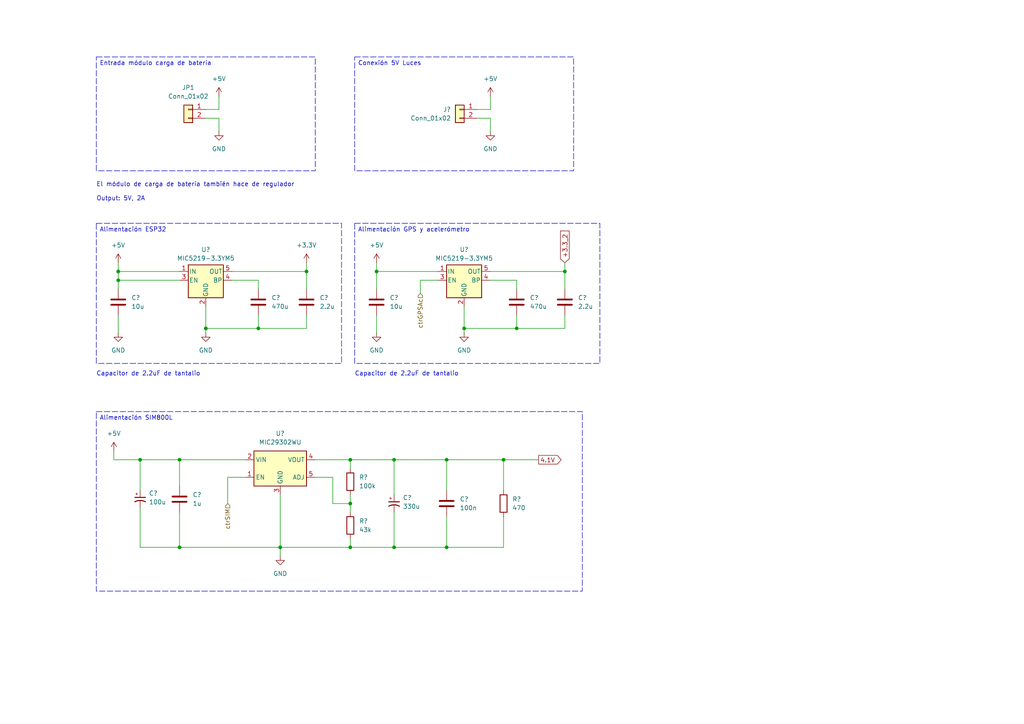
<source format=kicad_sch>
(kicad_sch (version 20230121) (generator eeschema)
  (paper "A4")
  (lib_symbols
    (symbol "Connector_Generic:Conn_01x02" (pin_names (offset 1.016) hide)
      (property "Reference" "J" (at 0 2.54 0))
      (property "Value" "Conn_01x02" (at 0 -5.08 0))
      (symbol "Conn_01x02_1_1"
        (rectangle (start -1.27 -2.413) (end 0 -2.667) (stroke (width 0.1524)))
        (rectangle (start -1.27 0.127) (end 0 -0.127) (stroke (width 0.1524)))
        (rectangle (start -1.27 1.27) (end 1.27 -3.81) (stroke (width 0.254)) (fill (type background)))
        (pin passive line (at -5.08 0 0) (length 3.81) (name "Pin_1") (number "1"))
        (pin passive line (at -5.08 -2.54 0) (length 3.81) (name "Pin_2") (number "2"))
      )
    )
    (symbol "Device:C" (pin_numbers hide) (pin_names (offset 0.254))
      (property "Reference" "C" (at 0.635 2.54 0))
      (property "Value" "C" (at 0.635 -2.54 0))
      (symbol "C_0_1"
        (polyline (pts (xy -2.032 -0.762) (xy 2.032 -0.762)) (stroke (width 0.508)))
        (polyline (pts (xy -2.032 0.762) (xy 2.032 0.762)) (stroke (width 0.508)))
      )
      (symbol "C_1_1"
        (pin passive line (at 0 3.81 270) (length 2.794) (name "~") (number "1"))
        (pin passive line (at 0 -3.81 90) (length 2.794) (name "~") (number "2"))
      )
    )
    (symbol "Device:C_Polarized_Small_US" (pin_numbers hide) (pin_names (offset 0.254) hide)
      (property "Reference" "C" (at 0.254 1.778 0))
      (property "Value" "C_Polarized_Small_US" (at 0.254 -2.032 0))
      (symbol "C_Polarized_Small_US_0_1"
        (polyline (pts (xy -1.524 0.508) (xy 1.524 0.508)) (stroke (width 0.3048)))
        (polyline (pts (xy -1.27 1.524) (xy -0.762 1.524)))
        (polyline (pts (xy -1.016 1.27) (xy -1.016 1.778)))
        (arc (start 1.524 -0.762) (mid 0 -0.3734) (end -1.524 -0.762) (stroke (width 0.3048)))
      )
      (symbol "C_Polarized_Small_US_1_1"
        (pin passive line (at 0 2.54 270) (length 2.032) (name "~") (number "1"))
        (pin passive line (at 0 -2.54 90) (length 2.032) (name "~") (number "2"))
      )
    )
    (symbol "Device:R" (pin_numbers hide) (pin_names (offset 0))
      (property "Reference" "R" (at 2.032 0 90))
      (property "Value" "R" (at 0 0 90))
      (symbol "R_0_1"
        (rectangle (start -1.016 -2.54) (end 1.016 2.54) (stroke (width 0.254)))
      )
      (symbol "R_1_1"
        (pin passive line (at 0 3.81 270) (length 1.27) (name "~") (number "1"))
        (pin passive line (at 0 -3.81 90) (length 1.27) (name "~") (number "2"))
      )
    )
    (symbol "Power_Conn_01x02:Conn_01x02" (pin_names (offset 1.016) hide)
      (property "Reference" "JP" (at 0 2.54 0))
      (property "Value" "Conn_01x02" (at 0 -5.08 0))
      (symbol "Conn_01x02_1_1"
        (rectangle (start -1.27 -2.413) (end 0 -2.667) (stroke (width 0.1524)))
        (rectangle (start -1.27 0.127) (end 0 -0.127) (stroke (width 0.1524)))
        (rectangle (start -1.27 1.27) (end 1.27 -3.81) (stroke (width 0.254)) (fill (type background)))
        (pin power_out line (at -5.08 0 0) (length 3.81) (name "Pin_1") (number "1"))
        (pin power_out line (at -5.08 -2.54 0) (length 3.81) (name "Pin_2") (number "2"))
      )
    )
    (symbol "Regulator_Linear:MIC29302WU"
      (property "Reference" "U" (at -6.35 6.35 0))
      (property "Value" "MIC29302WU" (at 2.54 6.35 0))
      (symbol "MIC29302WU_1_1"
        (rectangle (start -7.62 5.08) (end 7.62 -5.08) (stroke (width 0.254)) (fill (type background)))
        (pin input line (at -10.16 -2.54 0) (length 2.54) (name "EN") (number "1"))
        (pin power_in line (at -10.16 2.54 0) (length 2.54) (name "VIN") (number "2"))
        (pin power_in line (at 0 -7.62 90) (length 2.54) (name "GND") (number "3"))
        (pin power_out line (at 10.16 2.54 180) (length 2.54) (name "VOUT") (number "4"))
        (pin input line (at 10.16 -2.54 180) (length 2.54) (name "ADJ") (number "5"))
      )
    )
    (symbol "Regulator_Linear:MIC5219-3.3YM5" (pin_names (offset 0.254))
      (property "Reference" "U" (at -3.81 5.715 0))
      (property "Value" "MIC5219-3.3YM5" (at 0 5.715 0))
      (symbol "MIC5219-3.3YM5_0_1"
        (rectangle (start -5.08 4.445) (end 5.08 -5.08) (stroke (width 0.254)) (fill (type background)))
      )
      (symbol "MIC5219-3.3YM5_1_1"
        (pin power_in line (at -7.62 2.54 0) (length 2.54) (name "IN") (number "1"))
        (pin power_in line (at 0 -7.62 90) (length 2.54) (name "GND") (number "2"))
        (pin input line (at -7.62 0 0) (length 2.54) (name "EN") (number "3"))
        (pin input line (at 7.62 0 180) (length 2.54) (name "BP") (number "4"))
        (pin power_out line (at 7.62 2.54 180) (length 2.54) (name "OUT") (number "5"))
      )
    )
    (symbol "power:+3.3V" (power) (pin_names (offset 0))
      (property "Value" "+3.3V" (at 0 3.556 0))
      (symbol "+3.3V_0_1"
        (polyline (pts (xy -0.762 1.27) (xy 0 2.54)))
        (polyline (pts (xy 0 0) (xy 0 2.54)))
        (polyline (pts (xy 0 2.54) (xy 0.762 1.27)))
      )
      (symbol "+3.3V_1_1"
        (pin power_in line (at 0 0 90) (length 0) hide (name "+3.3V") (number "1"))
      )
    )
    (symbol "power:+5V" (power) (pin_names (offset 0))
      (property "Value" "+5V" (at 0 3.556 0))
      (symbol "+5V_0_1"
        (polyline (pts (xy -0.762 1.27) (xy 0 2.54)))
        (polyline (pts (xy 0 0) (xy 0 2.54)))
        (polyline (pts (xy 0 2.54) (xy 0.762 1.27)))
      )
      (symbol "+5V_1_1"
        (pin power_in line (at 0 0 90) (length 0) hide (name "+5V") (number "1"))
      )
    )
    (symbol "power:GND" (power) (pin_names (offset 0))
      (property "Value" "GND" (at 0 -3.81 0))
      (symbol "GND_0_1"
        (polyline (pts (xy 0 0) (xy 0 -1.27) (xy 1.27 -1.27) (xy 0 -2.54) (xy -1.27 -1.27) (xy 0 -1.27)))
      )
      (symbol "GND_1_1"
        (pin power_in line (at 0 0 270) (length 0) hide (name "GND") (number "1"))
      )
    )
  )
  (junction (at 74.93 95.25))
  (junction (at 40.64 133.35))
  (junction (at 114.3 133.35))
  (junction (at 129.54 133.35))
  (junction (at 59.69 95.25))
  (junction (at 134.62 95.25))
  (junction (at 34.29 81.28))
  (junction (at 34.29 78.74))
  (junction (at 52.07 133.35))
  (junction (at 101.6 158.75))
  (junction (at 101.6 133.35))
  (junction (at 101.6 146.05))
  (junction (at 129.54 158.75))
  (junction (at 52.07 158.75))
  (junction (at 146.05 133.35))
  (junction (at 81.28 158.75))
  (junction (at 114.3 158.75))
  (junction (at 109.22 78.74))
  (junction (at 149.86 95.25))
  (junction (at 163.83 78.74))
  (junction (at 88.9 78.74))
  (wire (pts (xy 88.9 83.82) (xy 88.9 78.74)))
  (wire (pts (xy 71.12 138.43) (xy 66.04 138.43)))
  (wire (pts (xy 109.22 76.2) (xy 109.22 78.74)))
  (wire (pts (xy 88.9 76.2) (xy 88.9 78.74)))
  (wire (pts (xy 91.44 138.43) (xy 96.52 138.43)))
  (wire (pts (xy 59.69 95.25) (xy 59.69 96.52)))
  (wire (pts (xy 109.22 78.74) (xy 109.22 83.82)))
  (wire (pts (xy 96.52 138.43) (xy 96.52 146.05)))
  (wire (pts (xy 74.93 95.25) (xy 59.69 95.25)))
  (wire (pts (xy 142.24 81.28) (xy 149.86 81.28)))
  (wire (pts (xy 59.69 88.9) (xy 59.69 95.25)))
  (wire (pts (xy 149.86 95.25) (xy 134.62 95.25)))
  (wire (pts (xy 52.07 140.97) (xy 52.07 133.35)))
  (wire (pts (xy 66.04 138.43) (xy 66.04 146.05)))
  (wire (pts (xy 129.54 149.86) (xy 129.54 158.75)))
  (wire (pts (xy 40.64 147.32) (xy 40.64 158.75)))
  (wire (pts (xy 149.86 91.44) (xy 149.86 95.25)))
  (wire (pts (xy 101.6 146.05) (xy 101.6 148.59)))
  (wire (pts (xy 52.07 133.35) (xy 71.12 133.35)))
  (wire (pts (xy 34.29 83.82) (xy 34.29 81.28)))
  (wire (pts (xy 163.83 95.25) (xy 149.86 95.25)))
  (wire (pts (xy 81.28 143.51) (xy 81.28 158.75)))
  (wire (pts (xy 88.9 78.74) (xy 67.31 78.74)))
  (wire (pts (xy 74.93 81.28) (xy 74.93 83.82)))
  (wire (pts (xy 142.24 31.75) (xy 138.43 31.75)))
  (wire (pts (xy 129.54 133.35) (xy 146.05 133.35)))
  (wire (pts (xy 142.24 31.75) (xy 142.24 27.94)))
  (wire (pts (xy 114.3 148.59) (xy 114.3 158.75)))
  (wire (pts (xy 163.83 76.2) (xy 163.83 78.74)))
  (wire (pts (xy 146.05 158.75) (xy 129.54 158.75)))
  (wire (pts (xy 34.29 78.74) (xy 52.07 78.74)))
  (wire (pts (xy 40.64 142.24) (xy 40.64 133.35)))
  (wire (pts (xy 63.5 34.29) (xy 59.69 34.29)))
  (wire (pts (xy 33.02 130.81) (xy 33.02 133.35)))
  (wire (pts (xy 63.5 31.75) (xy 63.5 27.94)))
  (wire (pts (xy 101.6 133.35) (xy 114.3 133.35)))
  (wire (pts (xy 146.05 149.86) (xy 146.05 158.75)))
  (wire (pts (xy 34.29 81.28) (xy 52.07 81.28)))
  (wire (pts (xy 63.5 34.29) (xy 63.5 38.1)))
  (wire (pts (xy 163.83 78.74) (xy 142.24 78.74)))
  (wire (pts (xy 121.92 81.28) (xy 127 81.28)))
  (wire (pts (xy 33.02 133.35) (xy 40.64 133.35)))
  (wire (pts (xy 134.62 95.25) (xy 134.62 96.52)))
  (wire (pts (xy 91.44 133.35) (xy 101.6 133.35)))
  (wire (pts (xy 34.29 91.44) (xy 34.29 96.52)))
  (wire (pts (xy 96.52 146.05) (xy 101.6 146.05)))
  (wire (pts (xy 109.22 91.44) (xy 109.22 96.52)))
  (wire (pts (xy 146.05 133.35) (xy 156.21 133.35)))
  (wire (pts (xy 34.29 76.2) (xy 34.29 78.74)))
  (wire (pts (xy 40.64 158.75) (xy 52.07 158.75)))
  (wire (pts (xy 121.92 85.09) (xy 121.92 81.28)))
  (wire (pts (xy 142.24 34.29) (xy 138.43 34.29)))
  (wire (pts (xy 88.9 95.25) (xy 74.93 95.25)))
  (wire (pts (xy 81.28 158.75) (xy 81.28 161.29)))
  (wire (pts (xy 52.07 148.59) (xy 52.07 158.75)))
  (wire (pts (xy 142.24 34.29) (xy 142.24 38.1)))
  (wire (pts (xy 129.54 142.24) (xy 129.54 133.35)))
  (wire (pts (xy 81.28 158.75) (xy 101.6 158.75)))
  (wire (pts (xy 88.9 91.44) (xy 88.9 95.25)))
  (wire (pts (xy 163.83 83.82) (xy 163.83 78.74)))
  (wire (pts (xy 109.22 78.74) (xy 127 78.74)))
  (wire (pts (xy 101.6 156.21) (xy 101.6 158.75)))
  (wire (pts (xy 101.6 135.89) (xy 101.6 133.35)))
  (wire (pts (xy 134.62 88.9) (xy 134.62 95.25)))
  (wire (pts (xy 67.31 81.28) (xy 74.93 81.28)))
  (wire (pts (xy 74.93 91.44) (xy 74.93 95.25)))
  (wire (pts (xy 101.6 143.51) (xy 101.6 146.05)))
  (wire (pts (xy 114.3 158.75) (xy 129.54 158.75)))
  (wire (pts (xy 149.86 81.28) (xy 149.86 83.82)))
  (wire (pts (xy 163.83 91.44) (xy 163.83 95.25)))
  (wire (pts (xy 34.29 81.28) (xy 34.29 78.74)))
  (wire (pts (xy 63.5 31.75) (xy 59.69 31.75)))
  (wire (pts (xy 40.64 133.35) (xy 52.07 133.35)))
  (wire (pts (xy 114.3 143.51) (xy 114.3 133.35)))
  (wire (pts (xy 146.05 142.24) (xy 146.05 133.35)))
  (wire (pts (xy 101.6 158.75) (xy 114.3 158.75)))
  (wire (pts (xy 52.07 158.75) (xy 81.28 158.75)))
  (wire (pts (xy 129.54 133.35) (xy 114.3 133.35)))
  (text_box "Entrada módulo carga de batería" (at 27.94 16.51 0) (size 63.5 33.02) (stroke (width 0) (type dash)) (effects (font (size 1.27 1.27)) (justify left top)))
  (text_box "Conexión 5V Luces" (at 102.87 16.51 0) (size 63.5 33.02) (stroke (width 0) (type dash)) (effects (font (size 1.27 1.27)) (justify left top)))
  (text_box "Alimentación SIM800L" (at 27.94 119.38 0) (size 140.97 52.07) (stroke (width 0) (type dash)) (effects (font (size 1.27 1.27)) (justify left top)))
  (text_box "Alimentación ESP32" (at 27.94 64.77 0) (size 71.12 40.64) (stroke (width 0) (type dash)) (effects (font (size 1.27 1.27)) (justify left top)))
  (text_box "Alimentación GPS y acelerómetro" (at 102.87 64.77 0) (size 71.12 40.64) (stroke (width 0) (type dash)) (effects (font (size 1.27 1.27)) (justify left top)))
  (text "El módulo de carga de batería también hace de regulador\n\nOutput: 5V, 2A" (at 27.94 58.42 0) (effects (font (size 1.27 1.27)) (justify left bottom)))
  (text "Capacitor de 2.2uF de tantalio" (at 27.94 109.22 0) (effects (font (size 1.27 1.27)) (justify left bottom)))
  (text "Capacitor de 2.2uF de tantalio" (at 102.87 109.22 0) (effects (font (size 1.27 1.27)) (justify left bottom)))
  (global_label "4.1V" (shape output) (at 156.21 133.35 0) (property "Intersheetrefs" "${INTERSHEET_REFS}" (effects hide)))
  (global_label "+3.3_2" (shape input) (at 163.83 76.2 90) (property "Intersheetrefs" "${INTERSHEET_REFS}" (effects hide)))
  (hierarchical_label "ctrSIM" (shape input) (at 66.04 146.05 270))
  (hierarchical_label "ctrGPSAc" (shape input) (at 121.92 85.09 270))
  (symbol (lib_id "Regulator_Linear:MIC5219-3.3YM5") (at 59.69 81.28 0) (unit 1)
    (property "Reference" "U?" (at 59.69 72.39 0))
    (property "Value" "MIC5219-3.3YM5" (at 59.69 74.93 0))
    (property "Footprint" "Package_TO_SOT_SMD:SOT-23-5" (effects hide))
    (property "Datasheet" "http://ww1.microchip.com/downloads/en/DeviceDoc/MIC5219-500mA-Peak-Output-LDO-Regulator-DS20006021A.pdf" (effects hide))
    (instances (project "SB2_FEED_ALARM" (path "" (reference "U?") (unit 1)) (path "" (reference "U1") (unit 1))) (project "SmartBike2" (path "" (reference "U?") (unit 1))))
  )
  (symbol (lib_id "power:GND") (at 81.28 161.29 0) (unit 1)
    (property "Reference" "#PWR?" (effects hide))
    (property "Value" "GND" (at 81.28 166.37 0))
    (instances (project "SB2_FEED_ALARM" (path "" (reference "#PWR?") (unit 1)) (path "" (reference "#PWR010") (unit 1))) (project "SmartBike2" (path "" (reference "#PWR?") (unit 1))))
  )
  (symbol (lib_id "Device:C_Polarized_Small_US") (at 114.3 146.05 0) (unit 1)
    (property "Reference" "C?" (at 116.84 144.3482 0) (effects (justify left)))
    (property "Value" "330u" (at 116.84 146.8882 0) (effects (justify left)))
    (property "Footprint" "Capacitor_SMD:CP_Elec_8x10" (effects hide))
    (instances (project "SB2_FEED_ALARM" (path "" (reference "C?") (unit 1)) (path "" (reference "C7") (unit 1))) (project "SmartBike2" (path "" (reference "C?") (unit 1))))
  )
  (symbol (lib_id "power:GND") (at 34.29 96.52 0) (unit 1)
    (property "Reference" "#PWR?" (effects hide))
    (property "Value" "GND" (at 34.29 101.6 0))
    (instances (project "SB2_FEED_ALARM" (path "" (reference "#PWR?") (unit 1)) (path "" (reference "#PWR06") (unit 1))) (project "SmartBike2" (path "" (reference "#PWR?") (unit 1))))
  )
  (symbol (lib_id "Device:R") (at 101.6 139.7 0) (unit 1)
    (property "Reference" "R?" (at 104.14 138.43 0) (effects (justify left)))
    (property "Value" "100k" (at 104.14 140.97 0) (effects (justify left)))
    (property "Footprint" "Resistor_SMD:R_0805_2012Metric_Pad1.20x1.40mm_HandSolder" (effects hide))
    (instances (project "SB2_FEED_ALARM" (path "" (reference "R?") (unit 1)) (path "" (reference "R1") (unit 1))) (project "SmartBike2" (path "" (reference "R?") (unit 1))))
  )
  (symbol (lib_id "Device:C_Polarized_Small_US") (at 40.64 144.78 0) (unit 1)
    (property "Reference" "C?" (at 43.18 143.0782 0) (effects (justify left)))
    (property "Value" "100u" (at 43.18 145.6182 0) (effects (justify left)))
    (property "Footprint" "Capacitor_SMD:CP_Elec_6.3x5.4" (effects hide))
    (instances (project "SB2_FEED_ALARM" (path "" (reference "C?") (unit 1)) (path "" (reference "C2") (unit 1))) (project "SmartBike2" (path "" (reference "C?") (unit 1))))
  )
  (symbol (lib_id "Device:C") (at 163.83 87.63 0) (unit 1)
    (property "Reference" "C?" (at 167.64 86.36 0) (effects (justify left)))
    (property "Value" "2.2u" (at 167.64 88.9 0) (effects (justify left)))
    (property "Footprint" "Capacitor_Tantalum_SMD:CP_EIA-3216-18_Kemet-A_Pad1.58x1.35mm_HandSolder" (effects hide))
    (instances (project "SB2_FEED_ALARM" (path "" (reference "C?") (unit 1)) (path "" (reference "C10") (unit 1))) (project "SmartBike2" (path "" (reference "C?") (unit 1))))
  )
  (symbol (lib_id "Regulator_Linear:MIC5219-3.3YM5") (at 134.62 81.28 0) (unit 1)
    (property "Reference" "U?" (at 134.62 72.39 0))
    (property "Value" "MIC5219-3.3YM5" (at 134.62 74.93 0))
    (property "Footprint" "Package_TO_SOT_SMD:SOT-23-5" (effects hide))
    (property "Datasheet" "http://ww1.microchip.com/downloads/en/DeviceDoc/MIC5219-500mA-Peak-Output-LDO-Regulator-DS20006021A.pdf" (effects hide))
    (instances (project "SB2_FEED_ALARM" (path "" (reference "U?") (unit 1)) (path "" (reference "U3") (unit 1))) (project "SmartBike2" (path "" (reference "U?") (unit 1))))
  )
  (symbol (lib_id "power:GND") (at 59.69 96.52 0) (unit 1)
    (property "Reference" "#PWR?" (effects hide))
    (property "Value" "GND" (at 59.69 101.6 0))
    (instances (project "SB2_FEED_ALARM" (path "" (reference "#PWR?") (unit 1)) (path "" (reference "#PWR07") (unit 1))) (project "SmartBike2" (path "" (reference "#PWR?") (unit 1))))
  )
  (symbol (lib_id "power:GND") (at 109.22 96.52 0) (unit 1)
    (property "Reference" "#PWR?" (effects hide))
    (property "Value" "GND" (at 109.22 101.6 0))
    (instances (project "SB2_FEED_ALARM" (path "" (reference "#PWR?") (unit 1)) (path "" (reference "#PWR013") (unit 1))) (project "SmartBike2" (path "" (reference "#PWR?") (unit 1))))
  )
  (symbol (lib_id "power:+5V") (at 63.5 27.94 0) (mirror y) (unit 1)
    (property "Reference" "#PWR?" (effects hide))
    (property "Value" "+5V" (at 63.5 22.86 0))
    (instances (project "SB2_FEED_ALARM" (path "" (reference "#PWR?") (unit 1)) (path "" (reference "#PWR08") (unit 1))) (project "SmartBike2" (path "" (reference "#PWR?") (unit 1))))
  )
  (symbol (lib_id "power:+3.3V") (at 88.9 76.2 0) (unit 1)
    (property "Reference" "#PWR?" (effects hide))
    (property "Value" "+3.3V" (at 88.9 71.12 0))
    (instances (project "SB2_FEED_ALARM" (path "" (reference "#PWR?") (unit 1)) (path "" (reference "#PWR011") (unit 1))) (project "SmartBike2" (path "" (reference "#PWR?") (unit 1))))
  )
  (symbol (lib_id "power:+5V") (at 109.22 76.2 0) (unit 1)
    (property "Reference" "#PWR?" (effects hide))
    (property "Value" "+5V" (at 109.22 71.12 0))
    (instances (project "SB2_FEED_ALARM" (path "" (reference "#PWR?") (unit 1)) (path "" (reference "#PWR012") (unit 1))) (project "SmartBike2" (path "" (reference "#PWR?") (unit 1))))
  )
  (symbol (lib_id "Power_Conn_01x02:Conn_01x02") (at 54.61 31.75 0) (mirror y) (unit 1)
    (property "Reference" "JP1" (at 54.61 25.4 0))
    (property "Value" "Conn_01x02" (at 54.61 27.94 0))
    (property "Footprint" "Connector_JST:JST_EH_B2B-EH-A_1x02_P2.50mm_Vertical" (effects hide))
  )
  (symbol (lib_id "Device:C") (at 109.22 87.63 0) (unit 1)
    (property "Reference" "C?" (at 113.03 86.36 0) (effects (justify left)))
    (property "Value" "10u" (at 113.03 88.9 0) (effects (justify left)))
    (property "Footprint" "Capacitor_SMD:C_1206_3216Metric_Pad1.33x1.80mm_HandSolder" (effects hide))
    (instances (project "SB2_FEED_ALARM" (path "" (reference "C?") (unit 1)) (path "" (reference "C6") (unit 1))) (project "SmartBike2" (path "" (reference "C?") (unit 1))))
  )
  (symbol (lib_id "power:+5V") (at 33.02 130.81 0) (unit 1)
    (property "Reference" "#PWR?" (effects hide))
    (property "Value" "+5V" (at 33.02 125.73 0))
    (instances (project "SB2_FEED_ALARM" (path "" (reference "#PWR?") (unit 1)) (path "" (reference "#PWR04") (unit 1))) (project "SmartBike2" (path "" (reference "#PWR?") (unit 1))))
  )
  (symbol (lib_id "Device:C") (at 88.9 87.63 0) (unit 1)
    (property "Reference" "C?" (at 92.71 86.36 0) (effects (justify left)))
    (property "Value" "2.2u" (at 92.71 88.9 0) (effects (justify left)))
    (property "Footprint" "Capacitor_Tantalum_SMD:CP_EIA-3216-10_Kemet-I_Pad1.58x1.35mm_HandSolder" (effects hide))
    (instances (project "SB2_FEED_ALARM" (path "" (reference "C?") (unit 1)) (path "" (reference "C5") (unit 1))) (project "SmartBike2" (path "" (reference "C?") (unit 1))))
  )
  (symbol (lib_id "Connector_Generic:Conn_01x02") (at 133.35 31.75 0) (mirror y) (unit 1)
    (property "Reference" "J?" (at 130.81 31.75 0) (effects (justify left)))
    (property "Value" "Conn_01x02" (at 130.81 34.29 0) (effects (justify left)))
    (property "Footprint" "Connector_JST:JST_EH_B2B-EH-A_1x02_P2.50mm_Vertical" (effects hide))
    (instances (project "SB2_FEED_ALARM" (path "" (reference "J?") (unit 1)) (path "" (reference "J2") (unit 1))))
  )
  (symbol (lib_id "power:GND") (at 63.5 38.1 0) (mirror y) (unit 1)
    (property "Reference" "#PWR?" (effects hide))
    (property "Value" "GND" (at 63.5 43.18 0))
    (instances (project "SB2_FEED_ALARM" (path "" (reference "#PWR?") (unit 1)) (path "" (reference "#PWR09") (unit 1))) (project "SmartBike2" (path "" (reference "#PWR?") (unit 1))))
  )
  (symbol (lib_id "power:+5V") (at 142.24 27.94 0) (mirror y) (unit 1)
    (property "Reference" "#PWR?" (effects hide))
    (property "Value" "+5V" (at 142.24 22.86 0))
    (instances (project "SB2_FEED_ALARM" (path "" (reference "#PWR?") (unit 1)) (path "" (reference "#PWR015") (unit 1))) (project "SmartBike2" (path "" (reference "#PWR?") (unit 1))))
  )
  (symbol (lib_id "Device:C") (at 149.86 87.63 0) (unit 1)
    (property "Reference" "C?" (at 153.67 86.36 0) (effects (justify left)))
    (property "Value" "470u" (at 153.67 88.9 0) (effects (justify left)))
    (property "Footprint" "Capacitor_SMD:C_Elec_8x10.2" (effects hide))
    (instances (project "SB2_FEED_ALARM" (path "" (reference "C?") (unit 1)) (path "" (reference "C9") (unit 1))) (project "SmartBike2" (path "" (reference "C?") (unit 1))))
  )
  (symbol (lib_id "power:+5V") (at 34.29 76.2 0) (unit 1)
    (property "Reference" "#PWR?" (effects hide))
    (property "Value" "+5V" (at 34.29 71.12 0))
    (instances (project "SB2_FEED_ALARM" (path "" (reference "#PWR?") (unit 1)) (path "" (reference "#PWR05") (unit 1))) (project "SmartBike2" (path "" (reference "#PWR?") (unit 1))))
  )
  (symbol (lib_id "Regulator_Linear:MIC29302WU") (at 81.28 135.89 0) (unit 1)
    (property "Reference" "U?" (at 81.28 125.73 0))
    (property "Value" "MIC29302WU" (at 81.28 128.27 0))
    (property "Footprint" "Package_TO_SOT_SMD:TO-263-5_TabPin3" (effects hide))
    (property "Datasheet" "http://ww1.microchip.com/downloads/en/devicedoc/20005685a.pdf" (effects hide))
    (instances (project "SB2_FEED_ALARM" (path "" (reference "U?") (unit 1)) (path "" (reference "U2") (unit 1))) (project "SmartBike2" (path "" (reference "U?") (unit 1))))
  )
  (symbol (lib_id "Device:R") (at 146.05 146.05 0) (unit 1)
    (property "Reference" "R?" (at 148.59 144.78 0) (effects (justify left)))
    (property "Value" "470" (at 148.59 147.32 0) (effects (justify left)))
    (property "Footprint" "Resistor_SMD:R_0805_2012Metric_Pad1.20x1.40mm_HandSolder" (effects hide))
    (instances (project "SB2_FEED_ALARM" (path "" (reference "R?") (unit 1)) (path "" (reference "R3") (unit 1))) (project "SmartBike2" (path "" (reference "R?") (unit 1))))
  )
  (symbol (lib_id "Device:C") (at 52.07 144.78 0) (unit 1)
    (property "Reference" "C?" (at 55.88 143.51 0) (effects (justify left)))
    (property "Value" "1u" (at 55.88 146.05 0) (effects (justify left)))
    (property "Footprint" "Capacitor_SMD:C_0805_2012Metric_Pad1.18x1.45mm_HandSolder" (effects hide))
    (instances (project "SB2_FEED_ALARM" (path "" (reference "C?") (unit 1)) (path "" (reference "C3") (unit 1))) (project "SmartBike2" (path "" (reference "C?") (unit 1))))
  )
  (symbol (lib_id "Device:C") (at 34.29 87.63 0) (unit 1)
    (property "Reference" "C?" (at 38.1 86.36 0) (effects (justify left)))
    (property "Value" "10u" (at 38.1 88.9 0) (effects (justify left)))
    (property "Footprint" "Capacitor_SMD:C_1206_3216Metric_Pad1.33x1.80mm_HandSolder" (effects hide))
    (instances (project "SB2_FEED_ALARM" (path "" (reference "C?") (unit 1)) (path "" (reference "C1") (unit 1))) (project "SmartBike2" (path "" (reference "C?") (unit 1))))
  )
  (symbol (lib_id "Device:R") (at 101.6 152.4 0) (unit 1)
    (property "Reference" "R?" (at 104.14 151.13 0) (effects (justify left)))
    (property "Value" "43k" (at 104.14 153.67 0) (effects (justify left)))
    (property "Footprint" "Resistor_SMD:R_0805_2012Metric_Pad1.20x1.40mm_HandSolder" (effects hide))
    (instances (project "SB2_FEED_ALARM" (path "" (reference "R?") (unit 1)) (path "" (reference "R2") (unit 1))) (project "SmartBike2" (path "" (reference "R?") (unit 1))))
  )
  (symbol (lib_id "Device:C") (at 74.93 87.63 0) (unit 1)
    (property "Reference" "C?" (at 78.74 86.36 0) (effects (justify left)))
    (property "Value" "470u" (at 78.74 88.9 0) (effects (justify left)))
    (property "Footprint" "Capacitor_SMD:C_Elec_8x10.2" (effects hide))
    (instances (project "SB2_FEED_ALARM" (path "" (reference "C?") (unit 1)) (path "" (reference "C4") (unit 1))) (project "SmartBike2" (path "" (reference "C?") (unit 1))))
  )
  (symbol (lib_id "power:GND") (at 142.24 38.1 0) (mirror y) (unit 1)
    (property "Reference" "#PWR?" (effects hide))
    (property "Value" "GND" (at 142.24 43.18 0))
    (instances (project "SB2_FEED_ALARM" (path "" (reference "#PWR?") (unit 1)) (path "" (reference "#PWR016") (unit 1))) (project "SmartBike2" (path "" (reference "#PWR?") (unit 1))))
  )
  (symbol (lib_id "Device:C") (at 129.54 146.05 0) (unit 1)
    (property "Reference" "C?" (at 133.35 144.78 0) (effects (justify left)))
    (property "Value" "100n" (at 133.35 147.32 0) (effects (justify left)))
    (property "Footprint" "Capacitor_SMD:C_0805_2012Metric_Pad1.18x1.45mm_HandSolder" (effects hide))
    (instances (project "SB2_FEED_ALARM" (path "" (reference "C?") (unit 1)) (path "" (reference "C8") (unit 1))) (project "SmartBike2" (path "" (reference "C?") (unit 1))))
  )
  (symbol (lib_id "power:GND") (at 134.62 96.52 0) (unit 1)
    (property "Reference" "#PWR?" (effects hide))
    (property "Value" "GND" (at 134.62 101.6 0))
    (instances (project "SB2_FEED_ALARM" (path "" (reference "#PWR?") (unit 1)) (path "" (reference "#PWR014") (unit 1))) (project "SmartBike2" (path "" (reference "#PWR?") (unit 1))))
  )
)
</source>
